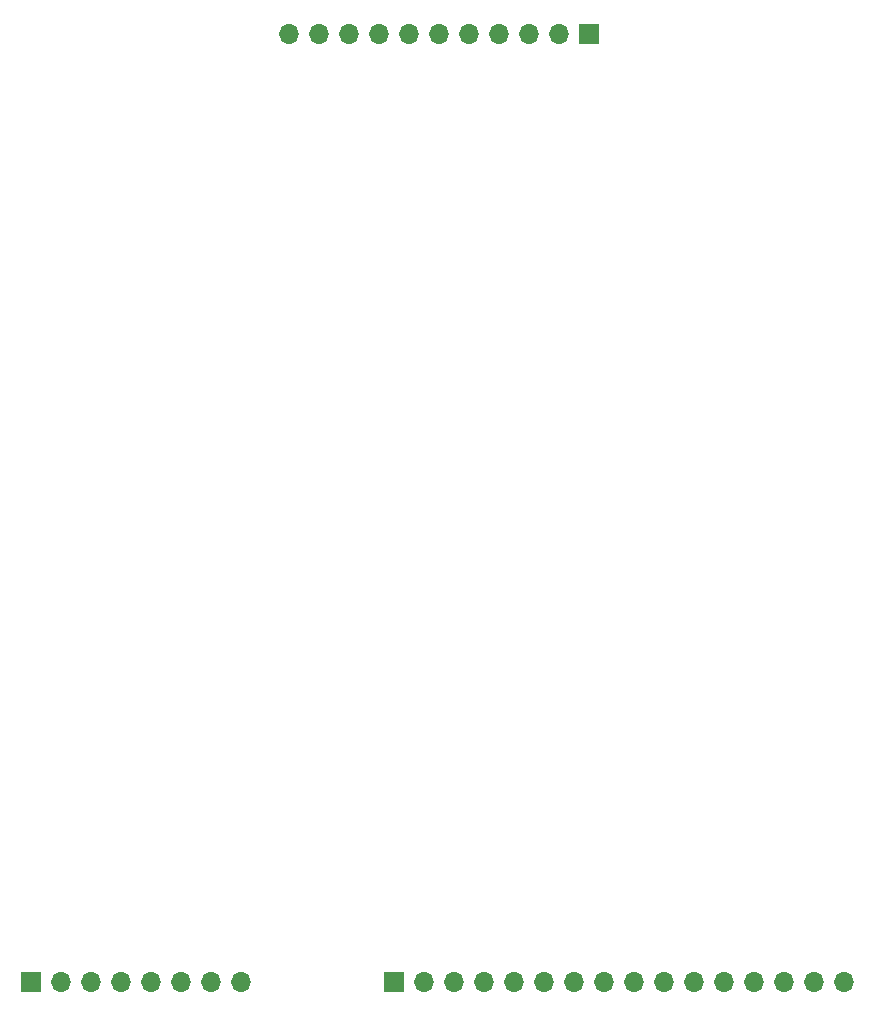
<source format=gbr>
%TF.GenerationSoftware,KiCad,Pcbnew,(6.0.0-0)*%
%TF.CreationDate,2022-02-14T21:13:19-05:00*%
%TF.ProjectId,Minified-Gpr,4d696e69-6669-4656-942d-4770722e6b69,rev?*%
%TF.SameCoordinates,Original*%
%TF.FileFunction,Soldermask,Bot*%
%TF.FilePolarity,Negative*%
%FSLAX46Y46*%
G04 Gerber Fmt 4.6, Leading zero omitted, Abs format (unit mm)*
G04 Created by KiCad (PCBNEW (6.0.0-0)) date 2022-02-14 21:13:19*
%MOMM*%
%LPD*%
G01*
G04 APERTURE LIST*
%ADD10R,1.700000X1.700000*%
%ADD11O,1.700000X1.700000*%
G04 APERTURE END LIST*
D10*
%TO.C,J1*%
X73929000Y-147574000D03*
D11*
X76469000Y-147574000D03*
X79009000Y-147574000D03*
X81549000Y-147574000D03*
X84089000Y-147574000D03*
X86629000Y-147574000D03*
X89169000Y-147574000D03*
X91709000Y-147574000D03*
%TD*%
D10*
%TO.C,J2*%
X104648000Y-147574000D03*
D11*
X107188000Y-147574000D03*
X109728000Y-147574000D03*
X112268000Y-147574000D03*
X114808000Y-147574000D03*
X117348000Y-147574000D03*
X119888000Y-147574000D03*
X122428000Y-147574000D03*
X124968000Y-147574000D03*
X127508000Y-147574000D03*
X130048000Y-147574000D03*
X132588000Y-147574000D03*
X135128000Y-147574000D03*
X137668000Y-147574000D03*
X140208000Y-147574000D03*
X142748000Y-147574000D03*
%TD*%
D10*
%TO.C,J3*%
X121158000Y-67310000D03*
D11*
X118618000Y-67310000D03*
X116078000Y-67310000D03*
X113538000Y-67310000D03*
X110998000Y-67310000D03*
X108458000Y-67310000D03*
X105918000Y-67310000D03*
X103378000Y-67310000D03*
X100838000Y-67310000D03*
X98298000Y-67310000D03*
X95758000Y-67310000D03*
%TD*%
M02*

</source>
